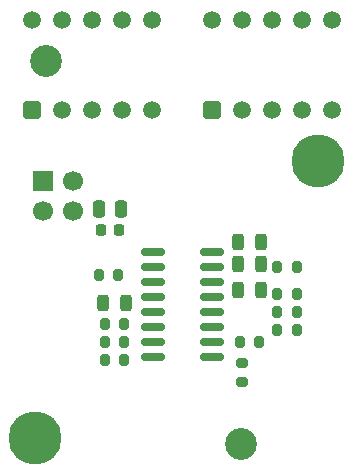
<source format=gbr>
%TF.GenerationSoftware,KiCad,Pcbnew,9.0.1*%
%TF.CreationDate,2025-07-06T22:17:40-07:00*%
%TF.ProjectId,pcb,7063622e-6b69-4636-9164-5f7063625858,rev?*%
%TF.SameCoordinates,Original*%
%TF.FileFunction,Soldermask,Bot*%
%TF.FilePolarity,Negative*%
%FSLAX46Y46*%
G04 Gerber Fmt 4.6, Leading zero omitted, Abs format (unit mm)*
G04 Created by KiCad (PCBNEW 9.0.1) date 2025-07-06 22:17:40*
%MOMM*%
%LPD*%
G01*
G04 APERTURE LIST*
G04 Aperture macros list*
%AMRoundRect*
0 Rectangle with rounded corners*
0 $1 Rounding radius*
0 $2 $3 $4 $5 $6 $7 $8 $9 X,Y pos of 4 corners*
0 Add a 4 corners polygon primitive as box body*
4,1,4,$2,$3,$4,$5,$6,$7,$8,$9,$2,$3,0*
0 Add four circle primitives for the rounded corners*
1,1,$1+$1,$2,$3*
1,1,$1+$1,$4,$5*
1,1,$1+$1,$6,$7*
1,1,$1+$1,$8,$9*
0 Add four rect primitives between the rounded corners*
20,1,$1+$1,$2,$3,$4,$5,0*
20,1,$1+$1,$4,$5,$6,$7,0*
20,1,$1+$1,$6,$7,$8,$9,0*
20,1,$1+$1,$8,$9,$2,$3,0*%
G04 Aperture macros list end*
%ADD10C,1.500000*%
%ADD11RoundRect,0.225000X0.525000X-0.525000X0.525000X0.525000X-0.525000X0.525000X-0.525000X-0.525000X0*%
%ADD12RoundRect,0.250000X-0.250000X-0.475000X0.250000X-0.475000X0.250000X0.475000X-0.250000X0.475000X0*%
%ADD13RoundRect,0.225000X-0.225000X-0.250000X0.225000X-0.250000X0.225000X0.250000X-0.225000X0.250000X0*%
%ADD14C,2.700000*%
%ADD15C,3.100000*%
%ADD16C,4.500000*%
%ADD17R,1.700000X1.700000*%
%ADD18C,1.700000*%
%ADD19RoundRect,0.200000X-0.200000X-0.275000X0.200000X-0.275000X0.200000X0.275000X-0.200000X0.275000X0*%
%ADD20RoundRect,0.200000X0.275000X-0.200000X0.275000X0.200000X-0.275000X0.200000X-0.275000X-0.200000X0*%
%ADD21RoundRect,0.200000X0.200000X0.275000X-0.200000X0.275000X-0.200000X-0.275000X0.200000X-0.275000X0*%
%ADD22RoundRect,0.243750X-0.243750X-0.456250X0.243750X-0.456250X0.243750X0.456250X-0.243750X0.456250X0*%
%ADD23RoundRect,0.243750X0.243750X0.456250X-0.243750X0.456250X-0.243750X-0.456250X0.243750X-0.456250X0*%
%ADD24RoundRect,0.150000X-0.850000X-0.150000X0.850000X-0.150000X0.850000X0.150000X-0.850000X0.150000X0*%
G04 APERTURE END LIST*
D10*
%TO.C,U3*%
X147790000Y-82590000D03*
X150330000Y-82590000D03*
X152870000Y-82590000D03*
X155410000Y-82590000D03*
X157950000Y-82590000D03*
X157950000Y-90210000D03*
X155410000Y-90210000D03*
X152870000Y-90210000D03*
X150330000Y-90210000D03*
D11*
X147790000Y-90210000D03*
%TD*%
D12*
%TO.C,C2*%
X138204000Y-98592000D03*
X140104000Y-98592000D03*
%TD*%
D13*
%TO.C,C1*%
X139929000Y-100370000D03*
X138379000Y-100370000D03*
%TD*%
D14*
%TO.C,H2*%
X150250000Y-118500000D03*
%TD*%
D15*
%TO.C,H3*%
X156800000Y-94500000D03*
D16*
X156800000Y-94500000D03*
%TD*%
D11*
%TO.C,U2*%
X132550000Y-90210000D03*
D10*
X135090000Y-90210000D03*
X137630000Y-90210000D03*
X140170000Y-90210000D03*
X142710000Y-90210000D03*
X142710000Y-82590000D03*
X140170000Y-82590000D03*
X137630000Y-82590000D03*
X135090000Y-82590000D03*
X132550000Y-82590000D03*
%TD*%
D17*
%TO.C,J1*%
X133480000Y-96260000D03*
D18*
X133480000Y-98800000D03*
X136020000Y-96260000D03*
X136020000Y-98800000D03*
%TD*%
D15*
%TO.C,H4*%
X132800000Y-118000000D03*
D16*
X132800000Y-118000000D03*
%TD*%
D14*
%TO.C,H1*%
X133700000Y-86100000D03*
%TD*%
D19*
%TO.C,R7*%
X138710000Y-108371000D03*
X140360000Y-108371000D03*
%TD*%
D20*
%TO.C,R4*%
X150330000Y-113260000D03*
X150330000Y-111610000D03*
%TD*%
D21*
%TO.C,R8*%
X154965000Y-108879000D03*
X153315000Y-108879000D03*
%TD*%
D22*
%TO.C,D4*%
X150027500Y-103291000D03*
X151902500Y-103291000D03*
%TD*%
D19*
%TO.C,R10*%
X138202000Y-104180000D03*
X139852000Y-104180000D03*
%TD*%
D21*
%TO.C,R9*%
X154965000Y-103545000D03*
X153315000Y-103545000D03*
%TD*%
D19*
%TO.C,R5*%
X138710000Y-111419000D03*
X140360000Y-111419000D03*
%TD*%
D23*
%TO.C,D1*%
X140472500Y-106593000D03*
X138597500Y-106593000D03*
%TD*%
D22*
%TO.C,D2*%
X150027500Y-101386000D03*
X151902500Y-101386000D03*
%TD*%
D24*
%TO.C,U1*%
X142750000Y-111165000D03*
X142750000Y-109895000D03*
X142750000Y-108625000D03*
X142750000Y-107355000D03*
X142750000Y-106085000D03*
X142750000Y-104815000D03*
X142750000Y-103545000D03*
X142750000Y-102275000D03*
X147750000Y-102275000D03*
X147750000Y-103545000D03*
X147750000Y-104815000D03*
X147750000Y-106085000D03*
X147750000Y-107355000D03*
X147750000Y-108625000D03*
X147750000Y-109895000D03*
X147750000Y-111165000D03*
%TD*%
D21*
%TO.C,R2*%
X154965000Y-107355000D03*
X153315000Y-107355000D03*
%TD*%
%TO.C,R3*%
X151790000Y-109895000D03*
X150140000Y-109895000D03*
%TD*%
D19*
%TO.C,R6*%
X138710000Y-109895000D03*
X140360000Y-109895000D03*
%TD*%
D21*
%TO.C,R1*%
X154965000Y-105831000D03*
X153315000Y-105831000D03*
%TD*%
D22*
%TO.C,D3*%
X150027500Y-105450000D03*
X151902500Y-105450000D03*
%TD*%
M02*

</source>
